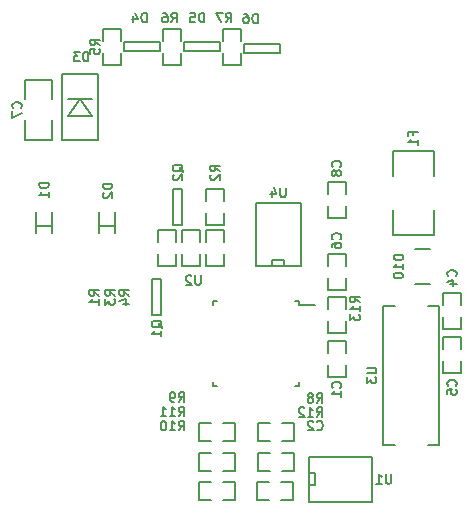
<source format=gbr>
G04 #@! TF.GenerationSoftware,KiCad,Pcbnew,no-vcs-found*
G04 #@! TF.CreationDate,2016-12-03T15:59:49+01:00*
G04 #@! TF.ProjectId,motor_switch_3pole,6D6F746F725F7377697463685F33706F,2*
G04 #@! TF.FileFunction,Legend,Bot*
G04 #@! TF.FilePolarity,Positive*
%FSLAX46Y46*%
G04 Gerber Fmt 4.6, Leading zero omitted, Abs format (unit mm)*
G04 Created by KiCad (PCBNEW no-vcs-found) date Sat Dec  3 15:59:49 2016*
%MOMM*%
%LPD*%
G01*
G04 APERTURE LIST*
%ADD10C,0.100000*%
%ADD11C,0.150000*%
G04 APERTURE END LIST*
D10*
D11*
X109416000Y-100375000D02*
X109416000Y-100700000D01*
X102166000Y-100375000D02*
X102166000Y-100700000D01*
X102166000Y-107625000D02*
X102166000Y-107300000D01*
X109416000Y-107625000D02*
X109416000Y-107300000D01*
X109416000Y-100375000D02*
X109091000Y-100375000D01*
X109416000Y-107625000D02*
X109091000Y-107625000D01*
X102166000Y-107625000D02*
X102491000Y-107625000D01*
X102166000Y-100375000D02*
X102491000Y-100375000D01*
X109416000Y-100700000D02*
X110841000Y-100700000D01*
X87208360Y-94076520D02*
X88559640Y-94076520D01*
X87208360Y-92826840D02*
X87208360Y-94625160D01*
X88559640Y-94625160D02*
X88559640Y-92826840D01*
X92542360Y-94076520D02*
X93893640Y-94076520D01*
X92542360Y-92826840D02*
X92542360Y-94625160D01*
X93893640Y-94625160D02*
X93893640Y-92826840D01*
X110333000Y-113722000D02*
X110333000Y-113595000D01*
X110333000Y-113595000D02*
X115667000Y-113595000D01*
X115667000Y-117405000D02*
X110333000Y-117405000D01*
X110333000Y-117405000D02*
X110333000Y-113722000D01*
X110333000Y-116008000D02*
X110841000Y-116008000D01*
X110841000Y-116008000D02*
X110841000Y-114992000D01*
X110841000Y-114992000D02*
X110333000Y-114992000D01*
X115667000Y-117405000D02*
X115667000Y-113595000D01*
X105918000Y-97409000D02*
X105791000Y-97409000D01*
X105791000Y-97409000D02*
X105791000Y-92075000D01*
X109601000Y-92075000D02*
X109601000Y-97409000D01*
X109601000Y-97409000D02*
X105918000Y-97409000D01*
X108204000Y-97409000D02*
X108204000Y-96901000D01*
X108204000Y-96901000D02*
X107188000Y-96901000D01*
X107188000Y-96901000D02*
X107188000Y-97409000D01*
X109601000Y-92075000D02*
X105791000Y-92075000D01*
X99568000Y-93980000D02*
X99568000Y-90932000D01*
X99568000Y-90932000D02*
X98806000Y-90932000D01*
X98806000Y-90932000D02*
X98806000Y-93980000D01*
X98806000Y-93980000D02*
X99568000Y-93980000D01*
X97790000Y-101600000D02*
X97790000Y-98552000D01*
X97790000Y-98552000D02*
X97028000Y-98552000D01*
X97028000Y-98552000D02*
X97028000Y-101600000D01*
X97028000Y-101600000D02*
X97790000Y-101600000D01*
X120853200Y-89776300D02*
X120853200Y-87693500D01*
X120853200Y-87693500D02*
X117373400Y-87693500D01*
X117373400Y-87693500D02*
X117373400Y-89776300D01*
X120853200Y-92697300D02*
X120853200Y-94780100D01*
X120853200Y-94780100D02*
X117373400Y-94780100D01*
X117373400Y-94780100D02*
X117373400Y-92697300D01*
X121335800Y-100784660D02*
X120335040Y-100784660D01*
X116535200Y-100784660D02*
X117535960Y-100784660D01*
X116535200Y-112585500D02*
X117535960Y-112585500D01*
X121335800Y-112585500D02*
X120335040Y-112585500D01*
X121335800Y-100784660D02*
X121335800Y-112585500D01*
X116535200Y-112585500D02*
X116535200Y-100784660D01*
X101092000Y-95377000D02*
X101092000Y-94361000D01*
X101092000Y-94361000D02*
X99568000Y-94361000D01*
X99568000Y-94361000D02*
X99568000Y-95377000D01*
X99568000Y-96393000D02*
X99568000Y-97409000D01*
X99568000Y-97409000D02*
X101092000Y-97409000D01*
X101092000Y-97409000D02*
X101092000Y-96393000D01*
X97536000Y-96393000D02*
X97536000Y-97409000D01*
X97536000Y-97409000D02*
X99060000Y-97409000D01*
X99060000Y-97409000D02*
X99060000Y-96393000D01*
X99060000Y-95377000D02*
X99060000Y-94361000D01*
X99060000Y-94361000D02*
X97536000Y-94361000D01*
X97536000Y-94361000D02*
X97536000Y-95377000D01*
X103124000Y-95377000D02*
X103124000Y-94361000D01*
X103124000Y-94361000D02*
X101600000Y-94361000D01*
X101600000Y-94361000D02*
X101600000Y-95377000D01*
X101600000Y-96393000D02*
X101600000Y-97409000D01*
X101600000Y-97409000D02*
X103124000Y-97409000D01*
X103124000Y-97409000D02*
X103124000Y-96393000D01*
X94361000Y-78359000D02*
X94361000Y-77343000D01*
X94361000Y-77343000D02*
X92837000Y-77343000D01*
X92837000Y-77343000D02*
X92837000Y-78359000D01*
X92837000Y-79375000D02*
X92837000Y-80391000D01*
X92837000Y-80391000D02*
X94361000Y-80391000D01*
X94361000Y-80391000D02*
X94361000Y-79375000D01*
X99441000Y-78359000D02*
X99441000Y-77343000D01*
X99441000Y-77343000D02*
X97917000Y-77343000D01*
X97917000Y-77343000D02*
X97917000Y-78359000D01*
X97917000Y-79375000D02*
X97917000Y-80391000D01*
X97917000Y-80391000D02*
X99441000Y-80391000D01*
X99441000Y-80391000D02*
X99441000Y-79375000D01*
X104521000Y-78359000D02*
X104521000Y-77343000D01*
X104521000Y-77343000D02*
X102997000Y-77343000D01*
X102997000Y-77343000D02*
X102997000Y-78359000D01*
X102997000Y-79375000D02*
X102997000Y-80391000D01*
X102997000Y-80391000D02*
X104521000Y-80391000D01*
X104521000Y-80391000D02*
X104521000Y-79375000D01*
X106992000Y-110738000D02*
X105976000Y-110738000D01*
X105976000Y-110738000D02*
X105976000Y-112262000D01*
X105976000Y-112262000D02*
X106992000Y-112262000D01*
X108008000Y-112262000D02*
X109024000Y-112262000D01*
X109024000Y-112262000D02*
X109024000Y-110738000D01*
X109024000Y-110738000D02*
X108008000Y-110738000D01*
X101992000Y-110738000D02*
X100976000Y-110738000D01*
X100976000Y-110738000D02*
X100976000Y-112262000D01*
X100976000Y-112262000D02*
X101992000Y-112262000D01*
X103008000Y-112262000D02*
X104024000Y-112262000D01*
X104024000Y-112262000D02*
X104024000Y-110738000D01*
X104024000Y-110738000D02*
X103008000Y-110738000D01*
X101992000Y-115738000D02*
X100976000Y-115738000D01*
X100976000Y-115738000D02*
X100976000Y-117262000D01*
X100976000Y-117262000D02*
X101992000Y-117262000D01*
X103008000Y-117262000D02*
X104024000Y-117262000D01*
X104024000Y-117262000D02*
X104024000Y-115738000D01*
X104024000Y-115738000D02*
X103008000Y-115738000D01*
X101992000Y-113238000D02*
X100976000Y-113238000D01*
X100976000Y-113238000D02*
X100976000Y-114762000D01*
X100976000Y-114762000D02*
X101992000Y-114762000D01*
X103008000Y-114762000D02*
X104024000Y-114762000D01*
X104024000Y-114762000D02*
X104024000Y-113238000D01*
X104024000Y-113238000D02*
X103008000Y-113238000D01*
X106992000Y-113238000D02*
X105976000Y-113238000D01*
X105976000Y-113238000D02*
X105976000Y-114762000D01*
X105976000Y-114762000D02*
X106992000Y-114762000D01*
X108008000Y-114762000D02*
X109024000Y-114762000D01*
X109024000Y-114762000D02*
X109024000Y-113238000D01*
X109024000Y-113238000D02*
X108008000Y-113238000D01*
X111887000Y-102108000D02*
X111887000Y-103124000D01*
X111887000Y-103124000D02*
X113411000Y-103124000D01*
X113411000Y-103124000D02*
X113411000Y-102108000D01*
X113411000Y-101092000D02*
X113411000Y-100076000D01*
X113411000Y-100076000D02*
X111887000Y-100076000D01*
X111887000Y-100076000D02*
X111887000Y-101092000D01*
X101600000Y-92964000D02*
X101600000Y-93980000D01*
X101600000Y-93980000D02*
X103124000Y-93980000D01*
X103124000Y-93980000D02*
X103124000Y-92964000D01*
X103124000Y-91948000D02*
X103124000Y-90932000D01*
X103124000Y-90932000D02*
X101600000Y-90932000D01*
X101600000Y-90932000D02*
X101600000Y-91948000D01*
X111887000Y-105854500D02*
X111887000Y-106870500D01*
X111887000Y-106870500D02*
X113411000Y-106870500D01*
X113411000Y-106870500D02*
X113411000Y-105854500D01*
X113411000Y-104838500D02*
X113411000Y-103822500D01*
X113411000Y-103822500D02*
X111887000Y-103822500D01*
X111887000Y-103822500D02*
X111887000Y-104838500D01*
X106944500Y-115738000D02*
X105928500Y-115738000D01*
X105928500Y-115738000D02*
X105928500Y-117262000D01*
X105928500Y-117262000D02*
X106944500Y-117262000D01*
X107960500Y-117262000D02*
X108976500Y-117262000D01*
X108976500Y-117262000D02*
X108976500Y-115738000D01*
X108976500Y-115738000D02*
X107960500Y-115738000D01*
X121666000Y-101790500D02*
X121666000Y-102806500D01*
X121666000Y-102806500D02*
X123190000Y-102806500D01*
X123190000Y-102806500D02*
X123190000Y-101790500D01*
X123190000Y-100774500D02*
X123190000Y-99758500D01*
X123190000Y-99758500D02*
X121666000Y-99758500D01*
X121666000Y-99758500D02*
X121666000Y-100774500D01*
X121666000Y-105473500D02*
X121666000Y-106489500D01*
X121666000Y-106489500D02*
X123190000Y-106489500D01*
X123190000Y-106489500D02*
X123190000Y-105473500D01*
X123190000Y-104457500D02*
X123190000Y-103441500D01*
X123190000Y-103441500D02*
X121666000Y-103441500D01*
X121666000Y-103441500D02*
X121666000Y-104457500D01*
X111887000Y-98488500D02*
X111887000Y-99504500D01*
X111887000Y-99504500D02*
X113411000Y-99504500D01*
X113411000Y-99504500D02*
X113411000Y-98488500D01*
X113411000Y-97472500D02*
X113411000Y-96456500D01*
X113411000Y-96456500D02*
X111887000Y-96456500D01*
X111887000Y-96456500D02*
X111887000Y-97472500D01*
X111887000Y-92392500D02*
X111887000Y-93408500D01*
X111887000Y-93408500D02*
X113411000Y-93408500D01*
X113411000Y-93408500D02*
X113411000Y-92392500D01*
X113411000Y-91376500D02*
X113411000Y-90360500D01*
X113411000Y-90360500D02*
X111887000Y-90360500D01*
X111887000Y-90360500D02*
X111887000Y-91376500D01*
X89408000Y-81153000D02*
X89408000Y-86741000D01*
X92456000Y-86741000D02*
X92456000Y-81153000D01*
X89408000Y-86741000D02*
X92456000Y-86741000D01*
X92456000Y-81153000D02*
X89408000Y-81153000D01*
X91948000Y-83312000D02*
X89916000Y-83312000D01*
X91948000Y-84709000D02*
X89916000Y-84709000D01*
X89916000Y-84709000D02*
X90932000Y-83312000D01*
X90932000Y-83312000D02*
X91948000Y-84709000D01*
X94615000Y-79248000D02*
X97663000Y-79248000D01*
X97663000Y-79248000D02*
X97663000Y-78486000D01*
X97663000Y-78486000D02*
X94615000Y-78486000D01*
X94615000Y-78486000D02*
X94615000Y-79248000D01*
X99695000Y-79248000D02*
X102743000Y-79248000D01*
X102743000Y-79248000D02*
X102743000Y-78486000D01*
X102743000Y-78486000D02*
X99695000Y-78486000D01*
X99695000Y-78486000D02*
X99695000Y-79248000D01*
X104775000Y-79375000D02*
X107823000Y-79375000D01*
X107823000Y-79375000D02*
X107823000Y-78613000D01*
X107823000Y-78613000D02*
X104775000Y-78613000D01*
X104775000Y-78613000D02*
X104775000Y-79375000D01*
X119238000Y-98972500D02*
X120538000Y-98972500D01*
X119238000Y-95972500D02*
X120538000Y-95972500D01*
X86233000Y-81661000D02*
X88519000Y-81661000D01*
X88519000Y-81661000D02*
X88519000Y-83312000D01*
X86233000Y-85090000D02*
X86233000Y-86741000D01*
X86233000Y-86741000D02*
X88519000Y-86741000D01*
X88519000Y-86741000D02*
X88519000Y-85090000D01*
X86233000Y-83312000D02*
X86233000Y-81661000D01*
X101130023Y-98240904D02*
X101130023Y-98888523D01*
X101091928Y-98964714D01*
X101053833Y-99002809D01*
X100977642Y-99040904D01*
X100825261Y-99040904D01*
X100749071Y-99002809D01*
X100710976Y-98964714D01*
X100672880Y-98888523D01*
X100672880Y-98240904D01*
X100330023Y-98317095D02*
X100291928Y-98279000D01*
X100215738Y-98240904D01*
X100025261Y-98240904D01*
X99949071Y-98279000D01*
X99910976Y-98317095D01*
X99872880Y-98393285D01*
X99872880Y-98469476D01*
X99910976Y-98583761D01*
X100368119Y-99040904D01*
X99872880Y-99040904D01*
X88245904Y-90405023D02*
X87445904Y-90405023D01*
X87445904Y-90595500D01*
X87484000Y-90709785D01*
X87560190Y-90785976D01*
X87636380Y-90824071D01*
X87788761Y-90862166D01*
X87903047Y-90862166D01*
X88055428Y-90824071D01*
X88131619Y-90785976D01*
X88207809Y-90709785D01*
X88245904Y-90595500D01*
X88245904Y-90405023D01*
X88245904Y-91624071D02*
X88245904Y-91166928D01*
X88245904Y-91395500D02*
X87445904Y-91395500D01*
X87560190Y-91319309D01*
X87636380Y-91243119D01*
X87674476Y-91166928D01*
X93643404Y-90468523D02*
X92843404Y-90468523D01*
X92843404Y-90659000D01*
X92881500Y-90773285D01*
X92957690Y-90849476D01*
X93033880Y-90887571D01*
X93186261Y-90925666D01*
X93300547Y-90925666D01*
X93452928Y-90887571D01*
X93529119Y-90849476D01*
X93605309Y-90773285D01*
X93643404Y-90659000D01*
X93643404Y-90468523D01*
X92919595Y-91230428D02*
X92881500Y-91268523D01*
X92843404Y-91344714D01*
X92843404Y-91535190D01*
X92881500Y-91611380D01*
X92919595Y-91649476D01*
X92995785Y-91687571D01*
X93071976Y-91687571D01*
X93186261Y-91649476D01*
X93643404Y-91192333D01*
X93643404Y-91687571D01*
X117259023Y-115068404D02*
X117259023Y-115716023D01*
X117220928Y-115792214D01*
X117182833Y-115830309D01*
X117106642Y-115868404D01*
X116954261Y-115868404D01*
X116878071Y-115830309D01*
X116839976Y-115792214D01*
X116801880Y-115716023D01*
X116801880Y-115068404D01*
X116001880Y-115868404D02*
X116459023Y-115868404D01*
X116230452Y-115868404D02*
X116230452Y-115068404D01*
X116306642Y-115182690D01*
X116382833Y-115258880D01*
X116459023Y-115296976D01*
X108305523Y-90811404D02*
X108305523Y-91459023D01*
X108267428Y-91535214D01*
X108229333Y-91573309D01*
X108153142Y-91611404D01*
X108000761Y-91611404D01*
X107924571Y-91573309D01*
X107886476Y-91535214D01*
X107848380Y-91459023D01*
X107848380Y-90811404D01*
X107124571Y-91078071D02*
X107124571Y-91611404D01*
X107315047Y-90773309D02*
X107505523Y-91344738D01*
X107010285Y-91344738D01*
X99625095Y-89458809D02*
X99587000Y-89382619D01*
X99510809Y-89306428D01*
X99396523Y-89192142D01*
X99358428Y-89115952D01*
X99358428Y-89039761D01*
X99548904Y-89077857D02*
X99510809Y-89001666D01*
X99434619Y-88925476D01*
X99282238Y-88887380D01*
X99015571Y-88887380D01*
X98863190Y-88925476D01*
X98787000Y-89001666D01*
X98748904Y-89077857D01*
X98748904Y-89230238D01*
X98787000Y-89306428D01*
X98863190Y-89382619D01*
X99015571Y-89420714D01*
X99282238Y-89420714D01*
X99434619Y-89382619D01*
X99510809Y-89306428D01*
X99548904Y-89230238D01*
X99548904Y-89077857D01*
X98825095Y-89725476D02*
X98787000Y-89763571D01*
X98748904Y-89839761D01*
X98748904Y-90030238D01*
X98787000Y-90106428D01*
X98825095Y-90144523D01*
X98901285Y-90182619D01*
X98977476Y-90182619D01*
X99091761Y-90144523D01*
X99548904Y-89687380D01*
X99548904Y-90182619D01*
X97847095Y-102666809D02*
X97809000Y-102590619D01*
X97732809Y-102514428D01*
X97618523Y-102400142D01*
X97580428Y-102323952D01*
X97580428Y-102247761D01*
X97770904Y-102285857D02*
X97732809Y-102209666D01*
X97656619Y-102133476D01*
X97504238Y-102095380D01*
X97237571Y-102095380D01*
X97085190Y-102133476D01*
X97009000Y-102209666D01*
X96970904Y-102285857D01*
X96970904Y-102438238D01*
X97009000Y-102514428D01*
X97085190Y-102590619D01*
X97237571Y-102628714D01*
X97504238Y-102628714D01*
X97656619Y-102590619D01*
X97732809Y-102514428D01*
X97770904Y-102438238D01*
X97770904Y-102285857D01*
X97770904Y-103390619D02*
X97770904Y-102933476D01*
X97770904Y-103162047D02*
X96970904Y-103162047D01*
X97085190Y-103085857D01*
X97161380Y-103009666D01*
X97199476Y-102933476D01*
X119068857Y-86347333D02*
X119068857Y-86080666D01*
X119487904Y-86080666D02*
X118687904Y-86080666D01*
X118687904Y-86461619D01*
X119487904Y-87185428D02*
X119487904Y-86728285D01*
X119487904Y-86956857D02*
X118687904Y-86956857D01*
X118802190Y-86880666D01*
X118878380Y-86804476D01*
X118916476Y-86728285D01*
X115195404Y-106075556D02*
X115843023Y-106075556D01*
X115919214Y-106113651D01*
X115957309Y-106151746D01*
X115995404Y-106227937D01*
X115995404Y-106380318D01*
X115957309Y-106456508D01*
X115919214Y-106494603D01*
X115843023Y-106532699D01*
X115195404Y-106532699D01*
X115195404Y-106837460D02*
X115195404Y-107332699D01*
X115500166Y-107066032D01*
X115500166Y-107180318D01*
X115538261Y-107256508D01*
X115576357Y-107294603D01*
X115652547Y-107332699D01*
X115843023Y-107332699D01*
X115919214Y-107294603D01*
X115957309Y-107256508D01*
X115995404Y-107180318D01*
X115995404Y-106951746D01*
X115957309Y-106875556D01*
X115919214Y-106837460D01*
X93833904Y-99942666D02*
X93452952Y-99676000D01*
X93833904Y-99485523D02*
X93033904Y-99485523D01*
X93033904Y-99790285D01*
X93072000Y-99866476D01*
X93110095Y-99904571D01*
X93186285Y-99942666D01*
X93300571Y-99942666D01*
X93376761Y-99904571D01*
X93414857Y-99866476D01*
X93452952Y-99790285D01*
X93452952Y-99485523D01*
X93033904Y-100209333D02*
X93033904Y-100704571D01*
X93338666Y-100437904D01*
X93338666Y-100552190D01*
X93376761Y-100628380D01*
X93414857Y-100666476D01*
X93491047Y-100704571D01*
X93681523Y-100704571D01*
X93757714Y-100666476D01*
X93795809Y-100628380D01*
X93833904Y-100552190D01*
X93833904Y-100323619D01*
X93795809Y-100247428D01*
X93757714Y-100209333D01*
X92500404Y-99942666D02*
X92119452Y-99676000D01*
X92500404Y-99485523D02*
X91700404Y-99485523D01*
X91700404Y-99790285D01*
X91738500Y-99866476D01*
X91776595Y-99904571D01*
X91852785Y-99942666D01*
X91967071Y-99942666D01*
X92043261Y-99904571D01*
X92081357Y-99866476D01*
X92119452Y-99790285D01*
X92119452Y-99485523D01*
X92500404Y-100704571D02*
X92500404Y-100247428D01*
X92500404Y-100476000D02*
X91700404Y-100476000D01*
X91814690Y-100399809D01*
X91890880Y-100323619D01*
X91928976Y-100247428D01*
X95040404Y-99942666D02*
X94659452Y-99676000D01*
X95040404Y-99485523D02*
X94240404Y-99485523D01*
X94240404Y-99790285D01*
X94278500Y-99866476D01*
X94316595Y-99904571D01*
X94392785Y-99942666D01*
X94507071Y-99942666D01*
X94583261Y-99904571D01*
X94621357Y-99866476D01*
X94659452Y-99790285D01*
X94659452Y-99485523D01*
X94507071Y-100628380D02*
X95040404Y-100628380D01*
X94202309Y-100437904D02*
X94773738Y-100247428D01*
X94773738Y-100742666D01*
X92563904Y-78733666D02*
X92182952Y-78467000D01*
X92563904Y-78276523D02*
X91763904Y-78276523D01*
X91763904Y-78581285D01*
X91802000Y-78657476D01*
X91840095Y-78695571D01*
X91916285Y-78733666D01*
X92030571Y-78733666D01*
X92106761Y-78695571D01*
X92144857Y-78657476D01*
X92182952Y-78581285D01*
X92182952Y-78276523D01*
X91763904Y-79457476D02*
X91763904Y-79076523D01*
X92144857Y-79038428D01*
X92106761Y-79076523D01*
X92068666Y-79152714D01*
X92068666Y-79343190D01*
X92106761Y-79419380D01*
X92144857Y-79457476D01*
X92221047Y-79495571D01*
X92411523Y-79495571D01*
X92487714Y-79457476D01*
X92525809Y-79419380D01*
X92563904Y-79343190D01*
X92563904Y-79152714D01*
X92525809Y-79076523D01*
X92487714Y-79038428D01*
X98621833Y-76815904D02*
X98888500Y-76434952D01*
X99078976Y-76815904D02*
X99078976Y-76015904D01*
X98774214Y-76015904D01*
X98698023Y-76054000D01*
X98659928Y-76092095D01*
X98621833Y-76168285D01*
X98621833Y-76282571D01*
X98659928Y-76358761D01*
X98698023Y-76396857D01*
X98774214Y-76434952D01*
X99078976Y-76434952D01*
X97936119Y-76015904D02*
X98088500Y-76015904D01*
X98164690Y-76054000D01*
X98202785Y-76092095D01*
X98278976Y-76206380D01*
X98317071Y-76358761D01*
X98317071Y-76663523D01*
X98278976Y-76739714D01*
X98240880Y-76777809D01*
X98164690Y-76815904D01*
X98012309Y-76815904D01*
X97936119Y-76777809D01*
X97898023Y-76739714D01*
X97859928Y-76663523D01*
X97859928Y-76473047D01*
X97898023Y-76396857D01*
X97936119Y-76358761D01*
X98012309Y-76320666D01*
X98164690Y-76320666D01*
X98240880Y-76358761D01*
X98278976Y-76396857D01*
X98317071Y-76473047D01*
X103257333Y-76815904D02*
X103524000Y-76434952D01*
X103714476Y-76815904D02*
X103714476Y-76015904D01*
X103409714Y-76015904D01*
X103333523Y-76054000D01*
X103295428Y-76092095D01*
X103257333Y-76168285D01*
X103257333Y-76282571D01*
X103295428Y-76358761D01*
X103333523Y-76396857D01*
X103409714Y-76434952D01*
X103714476Y-76434952D01*
X102990666Y-76015904D02*
X102457333Y-76015904D01*
X102800190Y-76815904D01*
X110940833Y-109010404D02*
X111207500Y-108629452D01*
X111397976Y-109010404D02*
X111397976Y-108210404D01*
X111093214Y-108210404D01*
X111017023Y-108248500D01*
X110978928Y-108286595D01*
X110940833Y-108362785D01*
X110940833Y-108477071D01*
X110978928Y-108553261D01*
X111017023Y-108591357D01*
X111093214Y-108629452D01*
X111397976Y-108629452D01*
X110483690Y-108553261D02*
X110559880Y-108515166D01*
X110597976Y-108477071D01*
X110636071Y-108400880D01*
X110636071Y-108362785D01*
X110597976Y-108286595D01*
X110559880Y-108248500D01*
X110483690Y-108210404D01*
X110331309Y-108210404D01*
X110255119Y-108248500D01*
X110217023Y-108286595D01*
X110178928Y-108362785D01*
X110178928Y-108400880D01*
X110217023Y-108477071D01*
X110255119Y-108515166D01*
X110331309Y-108553261D01*
X110483690Y-108553261D01*
X110559880Y-108591357D01*
X110597976Y-108629452D01*
X110636071Y-108705642D01*
X110636071Y-108858023D01*
X110597976Y-108934214D01*
X110559880Y-108972309D01*
X110483690Y-109010404D01*
X110331309Y-109010404D01*
X110255119Y-108972309D01*
X110217023Y-108934214D01*
X110178928Y-108858023D01*
X110178928Y-108705642D01*
X110217023Y-108629452D01*
X110255119Y-108591357D01*
X110331309Y-108553261D01*
X99256833Y-108946904D02*
X99523500Y-108565952D01*
X99713976Y-108946904D02*
X99713976Y-108146904D01*
X99409214Y-108146904D01*
X99333023Y-108185000D01*
X99294928Y-108223095D01*
X99256833Y-108299285D01*
X99256833Y-108413571D01*
X99294928Y-108489761D01*
X99333023Y-108527857D01*
X99409214Y-108565952D01*
X99713976Y-108565952D01*
X98875880Y-108946904D02*
X98723500Y-108946904D01*
X98647309Y-108908809D01*
X98609214Y-108870714D01*
X98533023Y-108756428D01*
X98494928Y-108604047D01*
X98494928Y-108299285D01*
X98533023Y-108223095D01*
X98571119Y-108185000D01*
X98647309Y-108146904D01*
X98799690Y-108146904D01*
X98875880Y-108185000D01*
X98913976Y-108223095D01*
X98952071Y-108299285D01*
X98952071Y-108489761D01*
X98913976Y-108565952D01*
X98875880Y-108604047D01*
X98799690Y-108642142D01*
X98647309Y-108642142D01*
X98571119Y-108604047D01*
X98533023Y-108565952D01*
X98494928Y-108489761D01*
X99256785Y-111359904D02*
X99523452Y-110978952D01*
X99713928Y-111359904D02*
X99713928Y-110559904D01*
X99409166Y-110559904D01*
X99332976Y-110598000D01*
X99294880Y-110636095D01*
X99256785Y-110712285D01*
X99256785Y-110826571D01*
X99294880Y-110902761D01*
X99332976Y-110940857D01*
X99409166Y-110978952D01*
X99713928Y-110978952D01*
X98494880Y-111359904D02*
X98952023Y-111359904D01*
X98723452Y-111359904D02*
X98723452Y-110559904D01*
X98799642Y-110674190D01*
X98875833Y-110750380D01*
X98952023Y-110788476D01*
X97999642Y-110559904D02*
X97923452Y-110559904D01*
X97847261Y-110598000D01*
X97809166Y-110636095D01*
X97771071Y-110712285D01*
X97732976Y-110864666D01*
X97732976Y-111055142D01*
X97771071Y-111207523D01*
X97809166Y-111283714D01*
X97847261Y-111321809D01*
X97923452Y-111359904D01*
X97999642Y-111359904D01*
X98075833Y-111321809D01*
X98113928Y-111283714D01*
X98152023Y-111207523D01*
X98190119Y-111055142D01*
X98190119Y-110864666D01*
X98152023Y-110712285D01*
X98113928Y-110636095D01*
X98075833Y-110598000D01*
X97999642Y-110559904D01*
X99256785Y-110153404D02*
X99523452Y-109772452D01*
X99713928Y-110153404D02*
X99713928Y-109353404D01*
X99409166Y-109353404D01*
X99332976Y-109391500D01*
X99294880Y-109429595D01*
X99256785Y-109505785D01*
X99256785Y-109620071D01*
X99294880Y-109696261D01*
X99332976Y-109734357D01*
X99409166Y-109772452D01*
X99713928Y-109772452D01*
X98494880Y-110153404D02*
X98952023Y-110153404D01*
X98723452Y-110153404D02*
X98723452Y-109353404D01*
X98799642Y-109467690D01*
X98875833Y-109543880D01*
X98952023Y-109581976D01*
X97732976Y-110153404D02*
X98190119Y-110153404D01*
X97961547Y-110153404D02*
X97961547Y-109353404D01*
X98037738Y-109467690D01*
X98113928Y-109543880D01*
X98190119Y-109581976D01*
X110940785Y-110216904D02*
X111207452Y-109835952D01*
X111397928Y-110216904D02*
X111397928Y-109416904D01*
X111093166Y-109416904D01*
X111016976Y-109455000D01*
X110978880Y-109493095D01*
X110940785Y-109569285D01*
X110940785Y-109683571D01*
X110978880Y-109759761D01*
X111016976Y-109797857D01*
X111093166Y-109835952D01*
X111397928Y-109835952D01*
X110178880Y-110216904D02*
X110636023Y-110216904D01*
X110407452Y-110216904D02*
X110407452Y-109416904D01*
X110483642Y-109531190D01*
X110559833Y-109607380D01*
X110636023Y-109645476D01*
X109874119Y-109493095D02*
X109836023Y-109455000D01*
X109759833Y-109416904D01*
X109569357Y-109416904D01*
X109493166Y-109455000D01*
X109455071Y-109493095D01*
X109416976Y-109569285D01*
X109416976Y-109645476D01*
X109455071Y-109759761D01*
X109912214Y-110216904D01*
X109416976Y-110216904D01*
X114598404Y-100514214D02*
X114217452Y-100247547D01*
X114598404Y-100057071D02*
X113798404Y-100057071D01*
X113798404Y-100361833D01*
X113836500Y-100438023D01*
X113874595Y-100476119D01*
X113950785Y-100514214D01*
X114065071Y-100514214D01*
X114141261Y-100476119D01*
X114179357Y-100438023D01*
X114217452Y-100361833D01*
X114217452Y-100057071D01*
X114598404Y-101276119D02*
X114598404Y-100818976D01*
X114598404Y-101047547D02*
X113798404Y-101047547D01*
X113912690Y-100971357D01*
X113988880Y-100895166D01*
X114026976Y-100818976D01*
X113798404Y-101542785D02*
X113798404Y-102038023D01*
X114103166Y-101771357D01*
X114103166Y-101885642D01*
X114141261Y-101961833D01*
X114179357Y-101999928D01*
X114255547Y-102038023D01*
X114446023Y-102038023D01*
X114522214Y-101999928D01*
X114560309Y-101961833D01*
X114598404Y-101885642D01*
X114598404Y-101657071D01*
X114560309Y-101580880D01*
X114522214Y-101542785D01*
X102723904Y-89401666D02*
X102342952Y-89135000D01*
X102723904Y-88944523D02*
X101923904Y-88944523D01*
X101923904Y-89249285D01*
X101962000Y-89325476D01*
X102000095Y-89363571D01*
X102076285Y-89401666D01*
X102190571Y-89401666D01*
X102266761Y-89363571D01*
X102304857Y-89325476D01*
X102342952Y-89249285D01*
X102342952Y-88944523D01*
X102000095Y-89706428D02*
X101962000Y-89744523D01*
X101923904Y-89820714D01*
X101923904Y-90011190D01*
X101962000Y-90087380D01*
X102000095Y-90125476D01*
X102076285Y-90163571D01*
X102152476Y-90163571D01*
X102266761Y-90125476D01*
X102723904Y-89668333D01*
X102723904Y-90163571D01*
X112934714Y-107753166D02*
X112972809Y-107715071D01*
X113010904Y-107600785D01*
X113010904Y-107524595D01*
X112972809Y-107410309D01*
X112896619Y-107334119D01*
X112820428Y-107296023D01*
X112668047Y-107257928D01*
X112553761Y-107257928D01*
X112401380Y-107296023D01*
X112325190Y-107334119D01*
X112249000Y-107410309D01*
X112210904Y-107524595D01*
X112210904Y-107600785D01*
X112249000Y-107715071D01*
X112287095Y-107753166D01*
X113010904Y-108515071D02*
X113010904Y-108057928D01*
X113010904Y-108286500D02*
X112210904Y-108286500D01*
X112325190Y-108210309D01*
X112401380Y-108134119D01*
X112439476Y-108057928D01*
X110940833Y-111283714D02*
X110978928Y-111321809D01*
X111093214Y-111359904D01*
X111169404Y-111359904D01*
X111283690Y-111321809D01*
X111359880Y-111245619D01*
X111397976Y-111169428D01*
X111436071Y-111017047D01*
X111436071Y-110902761D01*
X111397976Y-110750380D01*
X111359880Y-110674190D01*
X111283690Y-110598000D01*
X111169404Y-110559904D01*
X111093214Y-110559904D01*
X110978928Y-110598000D01*
X110940833Y-110636095D01*
X110636071Y-110636095D02*
X110597976Y-110598000D01*
X110521785Y-110559904D01*
X110331309Y-110559904D01*
X110255119Y-110598000D01*
X110217023Y-110636095D01*
X110178928Y-110712285D01*
X110178928Y-110788476D01*
X110217023Y-110902761D01*
X110674166Y-111359904D01*
X110178928Y-111359904D01*
X122713714Y-98291666D02*
X122751809Y-98253571D01*
X122789904Y-98139285D01*
X122789904Y-98063095D01*
X122751809Y-97948809D01*
X122675619Y-97872619D01*
X122599428Y-97834523D01*
X122447047Y-97796428D01*
X122332761Y-97796428D01*
X122180380Y-97834523D01*
X122104190Y-97872619D01*
X122028000Y-97948809D01*
X121989904Y-98063095D01*
X121989904Y-98139285D01*
X122028000Y-98253571D01*
X122066095Y-98291666D01*
X122256571Y-98977380D02*
X122789904Y-98977380D01*
X121951809Y-98786904D02*
X122523238Y-98596428D01*
X122523238Y-99091666D01*
X122713714Y-107562666D02*
X122751809Y-107524571D01*
X122789904Y-107410285D01*
X122789904Y-107334095D01*
X122751809Y-107219809D01*
X122675619Y-107143619D01*
X122599428Y-107105523D01*
X122447047Y-107067428D01*
X122332761Y-107067428D01*
X122180380Y-107105523D01*
X122104190Y-107143619D01*
X122028000Y-107219809D01*
X121989904Y-107334095D01*
X121989904Y-107410285D01*
X122028000Y-107524571D01*
X122066095Y-107562666D01*
X121989904Y-108286476D02*
X121989904Y-107905523D01*
X122370857Y-107867428D01*
X122332761Y-107905523D01*
X122294666Y-107981714D01*
X122294666Y-108172190D01*
X122332761Y-108248380D01*
X122370857Y-108286476D01*
X122447047Y-108324571D01*
X122637523Y-108324571D01*
X122713714Y-108286476D01*
X122751809Y-108248380D01*
X122789904Y-108172190D01*
X122789904Y-107981714D01*
X122751809Y-107905523D01*
X122713714Y-107867428D01*
X112934714Y-95180166D02*
X112972809Y-95142071D01*
X113010904Y-95027785D01*
X113010904Y-94951595D01*
X112972809Y-94837309D01*
X112896619Y-94761119D01*
X112820428Y-94723023D01*
X112668047Y-94684928D01*
X112553761Y-94684928D01*
X112401380Y-94723023D01*
X112325190Y-94761119D01*
X112249000Y-94837309D01*
X112210904Y-94951595D01*
X112210904Y-95027785D01*
X112249000Y-95142071D01*
X112287095Y-95180166D01*
X112210904Y-95865880D02*
X112210904Y-95713500D01*
X112249000Y-95637309D01*
X112287095Y-95599214D01*
X112401380Y-95523023D01*
X112553761Y-95484928D01*
X112858523Y-95484928D01*
X112934714Y-95523023D01*
X112972809Y-95561119D01*
X113010904Y-95637309D01*
X113010904Y-95789690D01*
X112972809Y-95865880D01*
X112934714Y-95903976D01*
X112858523Y-95942071D01*
X112668047Y-95942071D01*
X112591857Y-95903976D01*
X112553761Y-95865880D01*
X112515666Y-95789690D01*
X112515666Y-95637309D01*
X112553761Y-95561119D01*
X112591857Y-95523023D01*
X112668047Y-95484928D01*
X112934714Y-89020666D02*
X112972809Y-88982571D01*
X113010904Y-88868285D01*
X113010904Y-88792095D01*
X112972809Y-88677809D01*
X112896619Y-88601619D01*
X112820428Y-88563523D01*
X112668047Y-88525428D01*
X112553761Y-88525428D01*
X112401380Y-88563523D01*
X112325190Y-88601619D01*
X112249000Y-88677809D01*
X112210904Y-88792095D01*
X112210904Y-88868285D01*
X112249000Y-88982571D01*
X112287095Y-89020666D01*
X112553761Y-89477809D02*
X112515666Y-89401619D01*
X112477571Y-89363523D01*
X112401380Y-89325428D01*
X112363285Y-89325428D01*
X112287095Y-89363523D01*
X112249000Y-89401619D01*
X112210904Y-89477809D01*
X112210904Y-89630190D01*
X112249000Y-89706380D01*
X112287095Y-89744476D01*
X112363285Y-89782571D01*
X112401380Y-89782571D01*
X112477571Y-89744476D01*
X112515666Y-89706380D01*
X112553761Y-89630190D01*
X112553761Y-89477809D01*
X112591857Y-89401619D01*
X112629952Y-89363523D01*
X112706142Y-89325428D01*
X112858523Y-89325428D01*
X112934714Y-89363523D01*
X112972809Y-89401619D01*
X113010904Y-89477809D01*
X113010904Y-89630190D01*
X112972809Y-89706380D01*
X112934714Y-89744476D01*
X112858523Y-89782571D01*
X112706142Y-89782571D01*
X112629952Y-89744476D01*
X112591857Y-89706380D01*
X112553761Y-89630190D01*
X91585976Y-80117904D02*
X91585976Y-79317904D01*
X91395500Y-79317904D01*
X91281214Y-79356000D01*
X91205023Y-79432190D01*
X91166928Y-79508380D01*
X91128833Y-79660761D01*
X91128833Y-79775047D01*
X91166928Y-79927428D01*
X91205023Y-80003619D01*
X91281214Y-80079809D01*
X91395500Y-80117904D01*
X91585976Y-80117904D01*
X90862166Y-79317904D02*
X90366928Y-79317904D01*
X90633595Y-79622666D01*
X90519309Y-79622666D01*
X90443119Y-79660761D01*
X90405023Y-79698857D01*
X90366928Y-79775047D01*
X90366928Y-79965523D01*
X90405023Y-80041714D01*
X90443119Y-80079809D01*
X90519309Y-80117904D01*
X90747880Y-80117904D01*
X90824071Y-80079809D01*
X90862166Y-80041714D01*
X96538976Y-76815904D02*
X96538976Y-76015904D01*
X96348500Y-76015904D01*
X96234214Y-76054000D01*
X96158023Y-76130190D01*
X96119928Y-76206380D01*
X96081833Y-76358761D01*
X96081833Y-76473047D01*
X96119928Y-76625428D01*
X96158023Y-76701619D01*
X96234214Y-76777809D01*
X96348500Y-76815904D01*
X96538976Y-76815904D01*
X95396119Y-76282571D02*
X95396119Y-76815904D01*
X95586595Y-75977809D02*
X95777071Y-76549238D01*
X95281833Y-76549238D01*
X101428476Y-76815904D02*
X101428476Y-76015904D01*
X101238000Y-76015904D01*
X101123714Y-76054000D01*
X101047523Y-76130190D01*
X101009428Y-76206380D01*
X100971333Y-76358761D01*
X100971333Y-76473047D01*
X101009428Y-76625428D01*
X101047523Y-76701619D01*
X101123714Y-76777809D01*
X101238000Y-76815904D01*
X101428476Y-76815904D01*
X100247523Y-76015904D02*
X100628476Y-76015904D01*
X100666571Y-76396857D01*
X100628476Y-76358761D01*
X100552285Y-76320666D01*
X100361809Y-76320666D01*
X100285619Y-76358761D01*
X100247523Y-76396857D01*
X100209428Y-76473047D01*
X100209428Y-76663523D01*
X100247523Y-76739714D01*
X100285619Y-76777809D01*
X100361809Y-76815904D01*
X100552285Y-76815904D01*
X100628476Y-76777809D01*
X100666571Y-76739714D01*
X105936976Y-76879404D02*
X105936976Y-76079404D01*
X105746500Y-76079404D01*
X105632214Y-76117500D01*
X105556023Y-76193690D01*
X105517928Y-76269880D01*
X105479833Y-76422261D01*
X105479833Y-76536547D01*
X105517928Y-76688928D01*
X105556023Y-76765119D01*
X105632214Y-76841309D01*
X105746500Y-76879404D01*
X105936976Y-76879404D01*
X104794119Y-76079404D02*
X104946500Y-76079404D01*
X105022690Y-76117500D01*
X105060785Y-76155595D01*
X105136976Y-76269880D01*
X105175071Y-76422261D01*
X105175071Y-76727023D01*
X105136976Y-76803214D01*
X105098880Y-76841309D01*
X105022690Y-76879404D01*
X104870309Y-76879404D01*
X104794119Y-76841309D01*
X104756023Y-76803214D01*
X104717928Y-76727023D01*
X104717928Y-76536547D01*
X104756023Y-76460357D01*
X104794119Y-76422261D01*
X104870309Y-76384166D01*
X105022690Y-76384166D01*
X105098880Y-76422261D01*
X105136976Y-76460357D01*
X105175071Y-76536547D01*
X118249904Y-96501071D02*
X117449904Y-96501071D01*
X117449904Y-96691547D01*
X117488000Y-96805833D01*
X117564190Y-96882023D01*
X117640380Y-96920119D01*
X117792761Y-96958214D01*
X117907047Y-96958214D01*
X118059428Y-96920119D01*
X118135619Y-96882023D01*
X118211809Y-96805833D01*
X118249904Y-96691547D01*
X118249904Y-96501071D01*
X118249904Y-97720119D02*
X118249904Y-97262976D01*
X118249904Y-97491547D02*
X117449904Y-97491547D01*
X117564190Y-97415357D01*
X117640380Y-97339166D01*
X117678476Y-97262976D01*
X117449904Y-98215357D02*
X117449904Y-98291547D01*
X117488000Y-98367738D01*
X117526095Y-98405833D01*
X117602285Y-98443928D01*
X117754666Y-98482023D01*
X117945142Y-98482023D01*
X118097523Y-98443928D01*
X118173714Y-98405833D01*
X118211809Y-98367738D01*
X118249904Y-98291547D01*
X118249904Y-98215357D01*
X118211809Y-98139166D01*
X118173714Y-98101071D01*
X118097523Y-98062976D01*
X117945142Y-98024880D01*
X117754666Y-98024880D01*
X117602285Y-98062976D01*
X117526095Y-98101071D01*
X117488000Y-98139166D01*
X117449904Y-98215357D01*
X85883714Y-84067666D02*
X85921809Y-84029571D01*
X85959904Y-83915285D01*
X85959904Y-83839095D01*
X85921809Y-83724809D01*
X85845619Y-83648619D01*
X85769428Y-83610523D01*
X85617047Y-83572428D01*
X85502761Y-83572428D01*
X85350380Y-83610523D01*
X85274190Y-83648619D01*
X85198000Y-83724809D01*
X85159904Y-83839095D01*
X85159904Y-83915285D01*
X85198000Y-84029571D01*
X85236095Y-84067666D01*
X85159904Y-84334333D02*
X85159904Y-84867666D01*
X85959904Y-84524809D01*
M02*

</source>
